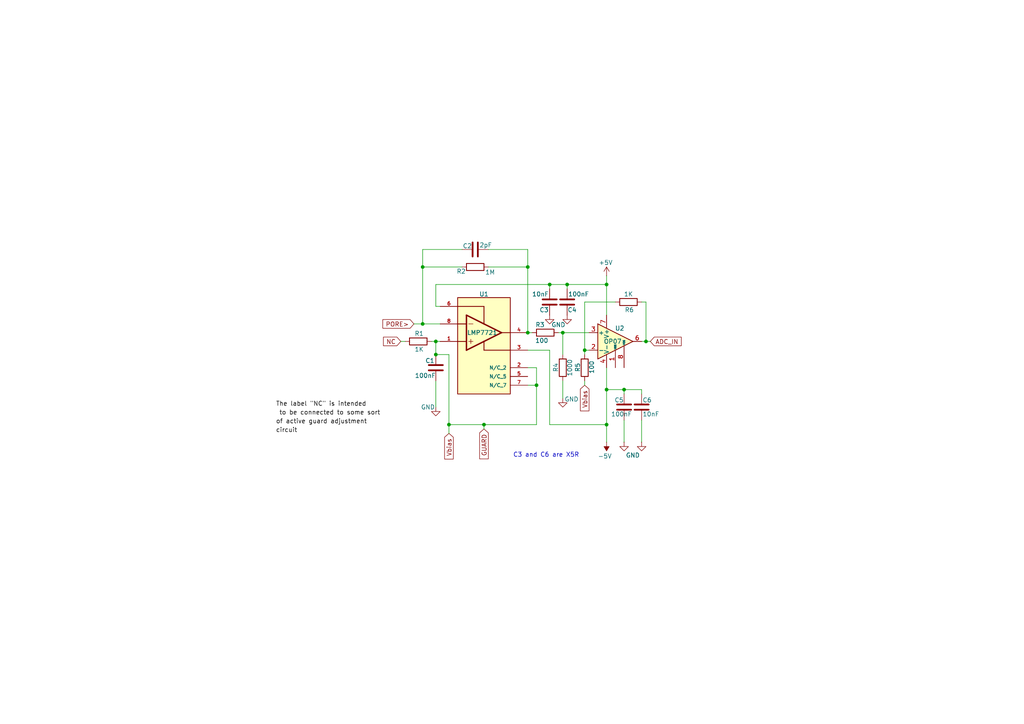
<source format=kicad_sch>
(kicad_sch (version 20231120) (generator "eeschema") (generator_version "8.0")
  (paper "A4")
  (lib_symbols
    (symbol "Device:C" (pin_numbers hide) (pin_names (offset 0.254))
      (property "Reference" "C" (at 0.635 2.54 0))
      (property "Value" "C" (at 0.635 -2.54 0))
      (symbol "C_0_1"
        (polyline (pts (xy -2.032 -0.762) (xy 2.032 -0.762)) (stroke (width 0.508)))
        (polyline (pts (xy -2.032 0.762) (xy 2.032 0.762)) (stroke (width 0.508)))
      )
      (symbol "C_1_1"
        (pin passive line (at 0 3.81 270) (length 2.794) (name "~") (number "1"))
        (pin passive line (at 0 -3.81 90) (length 2.794) (name "~") (number "2"))
      )
    )
    (symbol "Device:R" (pin_numbers hide) (pin_names (offset 0))
      (property "Reference" "R" (at 2.032 0 90))
      (property "Value" "R" (at 0 0 90))
      (symbol "R_0_1"
        (rectangle (start -1.016 -2.54) (end 1.016 2.54) (stroke (width 0.254)))
      )
      (symbol "R_1_1"
        (pin passive line (at 0 3.81 270) (length 1.27) (name "~") (number "1"))
        (pin passive line (at 0 -3.81 90) (length 1.27) (name "~") (number "2"))
      )
    )
    (symbol "New_Library:LMP7721MA_NOPB" (pin_names (offset 1.016))
      (property "Reference" "U" (at -7.62 16.24 0))
      (property "Value" "LMP7721MA_NOPB" (at -7.62 -15.24 0))
      (symbol "LMP7721MA_NOPB_0_0"
        (rectangle (start -7.62 -12.7) (end 7.62 15.24) (stroke (width 0.254)) (fill (type background)))
        (polyline (pts (xy -7.62 2.54) (xy -5.08 2.54)) (stroke (width 0.254)))
        (polyline (pts (xy -7.62 7.62) (xy -5.08 7.62)) (stroke (width 0.254)))
        (polyline (pts (xy -7.62 12.7) (xy 0 12.7)) (stroke (width 0.254)))
        (polyline (pts (xy -5.08 0) (xy 0 2.54)) (stroke (width 0.4064)))
        (polyline (pts (xy -5.08 7.62) (xy -5.08 0)) (stroke (width 0.4064)))
        (polyline (pts (xy -5.08 10.16) (xy -5.08 7.62)) (stroke (width 0.4064)))
        (polyline (pts (xy -4.445 2.54) (xy -3.175 2.54)) (stroke (width 0.1524)))
        (polyline (pts (xy -4.445 7.62) (xy -3.175 7.62)) (stroke (width 0.1524)))
        (polyline (pts (xy -3.81 3.175) (xy -3.81 1.905)) (stroke (width 0.1524)))
        (polyline (pts (xy 0 0) (xy 0 2.54)) (stroke (width 0.254)))
        (polyline (pts (xy 0 0) (xy 7.62 0)) (stroke (width 0.254)))
        (polyline (pts (xy 0 2.54) (xy 5.08 5.08)) (stroke (width 0.4064)))
        (polyline (pts (xy 0 7.62) (xy -5.08 10.16)) (stroke (width 0.4064)))
        (polyline (pts (xy 0 7.62) (xy 0 12.7)) (stroke (width 0.254)))
        (polyline (pts (xy 5.08 5.08) (xy 0 7.62)) (stroke (width 0.4064)))
        (polyline (pts (xy 5.08 5.08) (xy 7.62 5.08)) (stroke (width 0.254)))
        (pin input line (at -12.7 2.54 0) (length 5.08) (name "~") (number "1"))
        (pin passive line (at 12.7 -5.08 180) (length 5.08) (name "N/C_2") (number "2"))
        (pin power_in line (at 12.7 0 180) (length 5.08) (name "~") (number "3"))
        (pin output line (at 12.7 5.08 180) (length 5.08) (name "~") (number "4"))
        (pin passive line (at 12.7 -7.62 180) (length 5.08) (name "N/C_5") (number "5"))
        (pin power_in line (at -12.7 12.7 0) (length 5.08) (name "~") (number "6"))
        (pin passive line (at 12.7 -10.16 180) (length 5.08) (name "N/C_7") (number "7"))
        (pin input line (at -12.7 7.62 0) (length 5.08) (name "~") (number "8"))
      )
    )
    (symbol "New_Library:OP07" (pin_names (offset 0.127))
      (property "Reference" "U" (at 1.27 6.35 0))
      (property "Value" "OP07" (at 1.27 3.81 0))
      (property "Footprint" "Package_SO:SOIC-8-1EP_3.9x4.9mm_P1.27mm_EP2.29x3mm" (at 1.27 1.27 0))
      (symbol "OP07_0_1"
        (polyline (pts (xy -5.08 5.08) (xy 5.08 0) (xy -5.08 -5.08) (xy -5.08 5.08)) (stroke (width 0.254)) (fill (type background)))
      )
      (symbol "OP07_1_1"
        (pin input line (at 0 -7.62 90) (length 5.08) (name "VOS") (number "1"))
        (pin input line (at -7.62 -2.54 0) (length 2.54) (name "-") (number "2"))
        (pin input line (at -7.62 2.54 0) (length 2.54) (name "+") (number "3"))
        (pin power_in line (at -2.54 -7.62 90) (length 3.81) (name "V-") (number "4"))
        (pin no_connect line (at 0 2.54 270) (length 2.54) hide (name "NC") (number "5"))
        (pin output line (at 7.62 0 180) (length 2.54) (name "~") (number "6"))
        (pin power_in line (at -2.54 7.62 270) (length 3.81) (name "V+") (number "7"))
        (pin input line (at 2.54 -7.62 90) (length 6.35) (name "VOS") (number "8"))
      )
    )
    (symbol "power:+5V" (power) (pin_numbers hide) (pin_names (offset 0) hide)
      (property "Value" "+5V" (at 0 3.556 0))
      (symbol "+5V_0_1"
        (polyline (pts (xy -0.762 1.27) (xy 0 2.54)))
        (polyline (pts (xy 0 0) (xy 0 2.54)))
        (polyline (pts (xy 0 2.54) (xy 0.762 1.27)))
      )
      (symbol "+5V_1_1"
        (pin power_in line (at 0 0 90) (length 0) (name "~") (number "1"))
      )
    )
    (symbol "power:-5V" (power) (pin_numbers hide) (pin_names (offset 0) hide)
      (property "Value" "-5V" (at 0 3.556 0))
      (symbol "-5V_0_0"
        (pin power_in line (at 0 0 90) (length 0) (name "~") (number "1"))
      )
      (symbol "-5V_0_1"
        (polyline (pts (xy 0 0) (xy 0 1.27) (xy 0.762 1.27) (xy 0 2.54) (xy -0.762 1.27) (xy 0 1.27)) (fill (type outline)))
      )
    )
    (symbol "power:GND" (power) (pin_numbers hide) (pin_names (offset 0) hide)
      (property "Value" "GND" (at 0 -3.81 0))
      (symbol "GND_0_1"
        (polyline (pts (xy 0 0) (xy 0 -1.27) (xy 1.27 -1.27) (xy 0 -2.54) (xy -1.27 -1.27) (xy 0 -1.27)))
      )
      (symbol "GND_1_1"
        (pin power_in line (at 0 0 270) (length 0) (name "~") (number "1"))
      )
    )
  )
  (junction (at 181.0117 112.9996))
  (junction (at 153.0717 77.4396))
  (junction (at 175.9317 112.9996))
  (junction (at 122.5917 93.9496))
  (junction (at 187.3617 99.0296))
  (junction (at 163.2317 96.4896))
  (junction (at 126.4017 99.0296))
  (junction (at 122.5917 77.4396))
  (junction (at 175.9317 82.5196))
  (junction (at 159.4217 82.5196))
  (junction (at 155.6117 111.7296))
  (junction (at 140.3717 123.1596))
  (junction (at 164.5017 82.5196))
  (junction (at 126.4017 102.8396))
  (junction (at 169.5817 101.5696))
  (junction (at 175.9317 123.1596))
  (junction (at 153.0717 96.4896))
  (junction (at 130.2117 123.1596))
  (wire (pts (xy 175.9317 123.1596) (xy 175.9317 128.2396)))
  (wire (pts (xy 161.9617 96.4896) (xy 163.2317 96.4896)))
  (wire (pts (xy 175.9317 106.6496) (xy 175.9317 112.9996)))
  (wire (pts (xy 181.0117 112.9996) (xy 186.0917 112.9996)))
  (wire (pts (xy 163.2317 110.4596) (xy 163.2317 115.5396)))
  (wire (pts (xy 153.0717 77.4396) (xy 153.0717 96.4896)))
  (wire (pts (xy 169.5817 101.5696) (xy 169.5817 87.5996)))
  (wire (pts (xy 155.6117 123.1596) (xy 140.3717 123.1596)))
  (wire (pts (xy 175.9317 112.9996) (xy 181.0117 112.9996)))
  (wire (pts (xy 159.4217 123.1596) (xy 175.9317 123.1596)))
  (wire (pts (xy 122.5917 72.3596) (xy 134.0217 72.3596)))
  (wire (pts (xy 164.5017 83.7896) (xy 164.5017 82.5196)))
  (wire (pts (xy 164.5017 82.5196) (xy 159.4217 82.5196)))
  (wire (pts (xy 163.2317 96.4896) (xy 170.8517 96.4896)))
  (wire (pts (xy 153.0717 72.3596) (xy 153.0717 77.4396)))
  (wire (pts (xy 122.5917 93.9496) (xy 127.6717 93.9496)))
  (wire (pts (xy 186.0917 114.2696) (xy 186.0917 112.9996)))
  (wire (pts (xy 130.2117 123.1596) (xy 140.3717 123.1596)))
  (wire (pts (xy 141.6417 77.4396) (xy 153.0717 77.4396)))
  (wire (pts (xy 140.3717 123.1596) (xy 140.3717 124.4296)))
  (wire (pts (xy 153.0717 101.5696) (xy 159.4217 101.5696)))
  (wire (pts (xy 153.0717 106.6496) (xy 155.6117 106.6496)))
  (wire (pts (xy 122.5917 72.3596) (xy 122.5917 77.4396)))
  (wire (pts (xy 159.4217 101.5696) (xy 159.4217 123.1596)))
  (wire (pts (xy 153.0717 96.4896) (xy 154.3417 96.4896)))
  (wire (pts (xy 186.0917 99.0296) (xy 187.3617 99.0296)))
  (wire (pts (xy 175.9317 79.9796) (xy 175.9317 82.5196)))
  (wire (pts (xy 126.4017 99.0296) (xy 127.6717 99.0296)))
  (wire (pts (xy 155.6117 106.6496) (xy 155.6117 111.7296)))
  (wire (pts (xy 130.2117 102.8396) (xy 130.2117 123.1596)))
  (wire (pts (xy 126.4017 88.8696) (xy 126.4017 82.5196)))
  (wire (pts (xy 169.5817 101.5696) (xy 170.8517 101.5696)))
  (wire (pts (xy 126.4017 110.4596) (xy 126.4017 118.0796)))
  (wire (pts (xy 120.0517 93.9496) (xy 122.5917 93.9496)))
  (wire (pts (xy 169.5817 110.4596) (xy 169.5817 111.7296)))
  (wire (pts (xy 169.5817 87.5996) (xy 178.4717 87.5996)))
  (wire (pts (xy 163.2317 96.4896) (xy 163.2317 102.8396)))
  (wire (pts (xy 186.0917 121.8896) (xy 186.0917 128.2396)))
  (wire (pts (xy 126.4017 102.8396) (xy 130.2117 102.8396)))
  (wire (pts (xy 159.4217 83.7896) (xy 159.4217 82.5196)))
  (wire (pts (xy 130.2117 123.1596) (xy 130.2117 125.6996)))
  (wire (pts (xy 126.4017 99.0296) (xy 126.4017 102.8396)))
  (wire (pts (xy 187.3617 87.5996) (xy 186.0917 87.5996)))
  (wire (pts (xy 187.3617 99.0296) (xy 188.6317 99.0296)))
  (wire (pts (xy 175.9317 112.9996) (xy 175.9317 123.1596)))
  (wire (pts (xy 164.5017 82.5196) (xy 175.9317 82.5196)))
  (wire (pts (xy 169.5817 102.8396) (xy 169.5817 101.5696)))
  (wire (pts (xy 122.5917 77.4396) (xy 122.5917 93.9496)))
  (wire (pts (xy 127.6717 88.8696) (xy 126.4017 88.8696)))
  (wire (pts (xy 126.4017 82.5196) (xy 159.4217 82.5196)))
  (wire (pts (xy 155.6117 111.7296) (xy 155.6117 123.1596)))
  (wire (pts (xy 181.0117 112.9996) (xy 181.0117 114.2696)))
  (wire (pts (xy 122.5917 77.4396) (xy 134.0217 77.4396)))
  (wire (pts (xy 125.1317 99.0296) (xy 126.4017 99.0296)))
  (wire (pts (xy 181.0117 121.8896) (xy 181.0117 128.2396)))
  (wire (pts (xy 187.3617 99.0296) (xy 187.3617 87.5996)))
  (wire (pts (xy 153.0717 111.7296) (xy 155.6117 111.7296)))
  (wire (pts (xy 141.6417 72.3596) (xy 153.0717 72.3596)))
  (wire (pts (xy 175.9317 82.5196) (xy 175.9317 91.4096)))
  (wire (pts (xy 116.2417 99.0296) (xy 117.5117 99.0296)))
  (text "C3 and C6 are X5R" (at 158.4057 132.0496 0) (effects (font (size 1.27 1.27))))
  (label "circuit" (at 80.01 125.73 0))
  (label " to be connected to some sort" (at 80.01 120.65 0))
  (label "The label \"NC\" is intended" (at 80.01 118.11 0))
  (label "of active guard adjustment" (at 80.01 123.19 0))
  (global_label "Vbias" (shape input) (at 169.5817 111.7296 270) (property "Intersheetrefs" "${INTERSHEET_REFS}" (effects (hide yes))))
  (global_label "PORE>" (shape input) (at 120.0517 93.9496 180) (property "Intersheetrefs" "${INTERSHEET_REFS}" (effects (hide yes))))
  (global_label "NC" (shape input) (at 116.2417 99.0296 180) (property "Intersheetrefs" "${INTERSHEET_REFS}" (effects (hide yes))))
  (global_label "Vbias" (shape input) (at 130.2117 125.6996 270) (property "Intersheetrefs" "${INTERSHEET_REFS}" (effects (hide yes))))
  (global_label "ADC_IN" (shape input) (at 188.6317 99.0296 0) (property "Intersheetrefs" "${INTERSHEET_REFS}" (effects (hide yes))))
  (global_label "GUARD" (shape input) (at 140.3717 124.4296 270) (property "Intersheetrefs" "${INTERSHEET_REFS}" (effects (hide yes))))
  (symbol (lib_id "Device:C") (at 181.0117 118.0796 0) (unit 1)
    (property "Reference" "C5" (at 178.2177 116.0476 0) (effects (justify left)))
    (property "Value" "100nF" (at 177.2017 120.1116 0) (effects (justify left)))
    (property "Footprint" "Resistor_SMD:R_0805_2012Metric" (effects (hide yes)))
    (property "Description" "Unpolarized capacitor" (effects (hide yes)))
  )
  (symbol (lib_id "New_Library:LMP7721MA_NOPB") (at 140.3717 101.5696 0) (unit 1)
    (property "Reference" "U1" (at 140.3717 85.3136 0))
    (property "Value" "LMP7721" (at 139.8637 96.4896 0))
    (property "Footprint" "Package_SO:SOIC-8-1EP_3.9x4.9mm_P1.27mm_EP2.29x3mm" (effects (hide yes)))
    (property "MF" "Texas Instruments" (effects (hide yes)))
    (property "MAXIMUM_PACKAGE_HEIGHT" "1.75mm" (effects (hide yes)))
    (property "Package" "SOIC-8 Texas Instruments" (effects (hide yes)))
    (property "Price" "None" (effects (hide yes)))
    (property "Check_prices" "https://www.snapeda.com/parts/LMP7721MA/NOPB/Texas+Instruments/view-part/?ref=eda" (effects (hide yes)))
    (property "STANDARD" "IPC-7351B" (effects (hide yes)))
    (property "PARTREV" "E" (effects (hide yes)))
    (property "SnapEDA_Link" "https://www.snapeda.com/parts/LMP7721MA/NOPB/Texas+Instruments/view-part/?ref=snap" (effects (hide yes)))
    (property "MP" "LMP7721MA/NOPB" (effects (hide yes)))
    (property "Description_1" "\n3 Femtoampere Input Bias Current Precision Amplifier\n" (effects (hide yes)))
    (property "Availability" "In Stock" (effects (hide yes)))
    (property "MANUFACTURER" "Texas Instruments" (effects (hide yes)))
  )
  (symbol (lib_id "power:GND") (at 163.2317 115.5396 0) (unit 1)
    (property "Reference" "#PWR03" (effects (hide yes)))
    (property "Value" "GND" (at 165.7717 115.7936 0))
    (property "Description" "Power symbol creates a global label with name \"GND\" , ground" (effects (hide yes)))
  )
  (symbol (lib_id "power:GND") (at 181.0117 128.2396 0) (unit 1)
    (property "Reference" "#PWR07" (effects (hide yes)))
    (property "Value" "GND" (effects (hide yes)))
    (property "Description" "Power symbol creates a global label with name \"GND\" , ground" (effects (hide yes)))
  )
  (symbol (lib_id "Device:C") (at 159.4217 87.5996 180) (unit 1)
    (property "Reference" "C3" (at 159.1677 89.8856 0) (effects (justify left)))
    (property "Value" "10nF" (at 159.1677 85.3136 0) (effects (justify left)))
    (property "Footprint" "Resistor_SMD:R_0805_2012Metric" (effects (hide yes)))
    (property "Description" "Unpolarized capacitor" (effects (hide yes)))
  )
  (symbol (lib_id "Device:C") (at 126.4017 106.6496 0) (unit 1)
    (property "Reference" "C1" (at 123.3537 104.6176 0) (effects (justify left)))
    (property "Value" "100nF" (at 120.3057 108.9356 0) (effects (justify left)))
    (property "Footprint" "Resistor_SMD:R_0805_2012Metric" (effects (hide yes)))
    (property "Description" "Unpolarized capacitor" (effects (hide yes)))
  )
  (symbol (lib_id "Device:R") (at 163.2317 106.6496 0) (unit 1)
    (property "Reference" "R4" (at 161.1997 107.9196 90) (effects (justify left)))
    (property "Value" "1000" (at 165.2637 109.1896 90) (effects (justify left)))
    (property "Footprint" "Resistor_SMD:R_0805_2012Metric" (effects (hide yes)))
    (property "Description" "Resistor" (effects (hide yes)))
  )
  (symbol (lib_id "Device:R") (at 158.1517 96.4896 270) (unit 1)
    (property "Reference" "R3" (at 156.6277 94.2036 90))
    (property "Value" "100" (at 157.1357 98.7756 90))
    (property "Footprint" "Resistor_SMD:R_0805_2012Metric" (effects (hide yes)))
    (property "Description" "Resistor" (effects (hide yes)))
  )
  (symbol (lib_id "Device:R") (at 121.3217 99.0296 90) (unit 1)
    (property "Reference" "R1" (at 121.5757 96.7436 90))
    (property "Value" "1K" (at 121.5757 101.3156 90))
    (property "Footprint" "Resistor_SMD:R_0805_2012Metric" (effects (hide yes)))
    (property "Description" "Resistor" (effects (hide yes)))
  )
  (symbol (lib_id "Device:R") (at 182.2817 87.5996 90) (unit 1)
    (property "Reference" "R6" (at 182.5357 89.8856 90))
    (property "Value" "1K" (at 182.2817 85.3136 90))
    (property "Footprint" "Resistor_SMD:R_0805_2012Metric" (effects (hide yes)))
    (property "Description" "Resistor" (effects (hide yes)))
  )
  (symbol (lib_id "Device:C") (at 164.5017 87.5996 180) (unit 1)
    (property "Reference" "C4" (at 167.2957 89.8856 0) (effects (justify left)))
    (property "Value" "100nF" (at 170.8517 85.3136 0) (effects (justify left)))
    (property "Footprint" "Resistor_SMD:R_0805_2012Metric" (effects (hide yes)))
    (property "Description" "Unpolarized capacitor" (effects (hide yes)))
  )
  (symbol (lib_id "power:GND") (at 126.4017 118.0796 0) (unit 1)
    (property "Reference" "#PWR01" (effects (hide yes)))
    (property "Value" "GND" (at 124.1157 118.0796 0))
    (property "Description" "Power symbol creates a global label with name \"GND\" , ground" (effects (hide yes)))
  )
  (symbol (lib_id "New_Library:OP07") (at 178.4717 99.0296 0) (unit 1)
    (property "Reference" "U2" (at 179.7417 95.2196 0))
    (property "Value" "OP07" (at 177.7097 99.0296 0))
    (property "Footprint" "Package_SO:SOIC-8-1EP_3.9x4.9mm_P1.27mm_EP2.29x3mm" (effects (hide yes)))
    (property "Datasheet" "https://www.analog.com/media/en/technical-documentation/data-sheets/OP07.pdf" (effects (hide yes)))
    (property "Description" "Single Ultra-Low Offset Voltage Operational Amplifier, DIP-8/SOIC-8" (effects (hide yes)))
  )
  (symbol (lib_id "power:-5V") (at 175.9317 128.2396 180) (unit 1)
    (property "Reference" "#PWR06" (effects (hide yes)))
    (property "Value" "-5V" (at 175.4237 132.3036 0))
    (property "Description" "Power symbol creates a global label with name \"-5V\"" (effects (hide yes)))
  )
  (symbol (lib_id "power:GND") (at 186.0917 128.2396 0) (unit 1)
    (property "Reference" "#PWR018" (effects (hide yes)))
    (property "Value" "GND" (at 183.5517 132.0496 0))
    (property "Description" "Power symbol creates a global label with name \"GND\" , ground" (effects (hide yes)))
  )
  (symbol (lib_id "power:GND") (at 159.4217 91.4096 0) (unit 1)
    (property "Reference" "#PWR02" (effects (hide yes)))
    (property "Value" "GND" (effects (hide yes)))
    (property "Description" "Power symbol creates a global label with name \"GND\" , ground" (effects (hide yes)))
  )
  (symbol (lib_id "Device:R") (at 169.5817 106.6496 180) (unit 1)
    (property "Reference" "R5" (at 167.5497 107.9196 90) (effects (justify right)))
    (property "Value" "100" (at 171.6137 108.4276 90) (effects (justify right)))
    (property "Footprint" "Resistor_SMD:R_0805_2012Metric" (effects (hide yes)))
    (property "Description" "Resistor" (effects (hide yes)))
  )
  (symbol (lib_id "power:+5V") (at 175.9317 79.9796 0) (unit 1)
    (property "Reference" "#PWR05" (effects (hide yes)))
    (property "Value" "+5V" (at 175.6777 76.1696 0))
    (property "Description" "Power symbol creates a global label with name \"+5V\"" (effects (hide yes)))
  )
  (symbol (lib_id "power:GND") (at 164.5017 91.4096 0) (unit 1)
    (property "Reference" "#PWR04" (effects (hide yes)))
    (property "Value" "GND" (at 161.9617 94.2036 0))
    (property "Description" "Power symbol creates a global label with name \"GND\" , ground" (effects (hide yes)))
  )
  (symbol (lib_id "Device:C") (at 137.8317 72.3596 270) (unit 1)
    (property "Reference" "C2" (at 135.5457 71.3436 90))
    (property "Value" "2pF" (at 140.8797 71.0896 90))
    (property "Footprint" "Resistor_SMD:R_0805_2012Metric" (effects (hide yes)))
    (property "Description" "Unpolarized capacitor" (effects (hide yes)))
  )
  (symbol (lib_id "Device:R") (at 137.8317 77.4396 270) (unit 1)
    (property "Reference" "R2" (at 133.7677 78.7096 90))
    (property "Value" "1M" (at 142.1497 78.9636 90))
    (property "Footprint" "Resistor_SMD:R_0805_2012Metric" (effects (hide yes)))
    (property "Description" "Resistor" (effects (hide yes)))
  )
  (symbol (lib_id "Device:C") (at 186.0917 118.0796 0) (unit 1)
    (property "Reference" "C6" (at 186.3457 116.0476 0) (effects (justify left)))
    (property "Value" "10nF" (at 186.3457 120.1116 0) (effects (justify left)))
    (property "Footprint" "Resistor_SMD:R_0805_2012Metric" (effects (hide yes)))
    (property "Description" "Unpolarized capacitor" (effects (hide yes)))
  )
)
</source>
